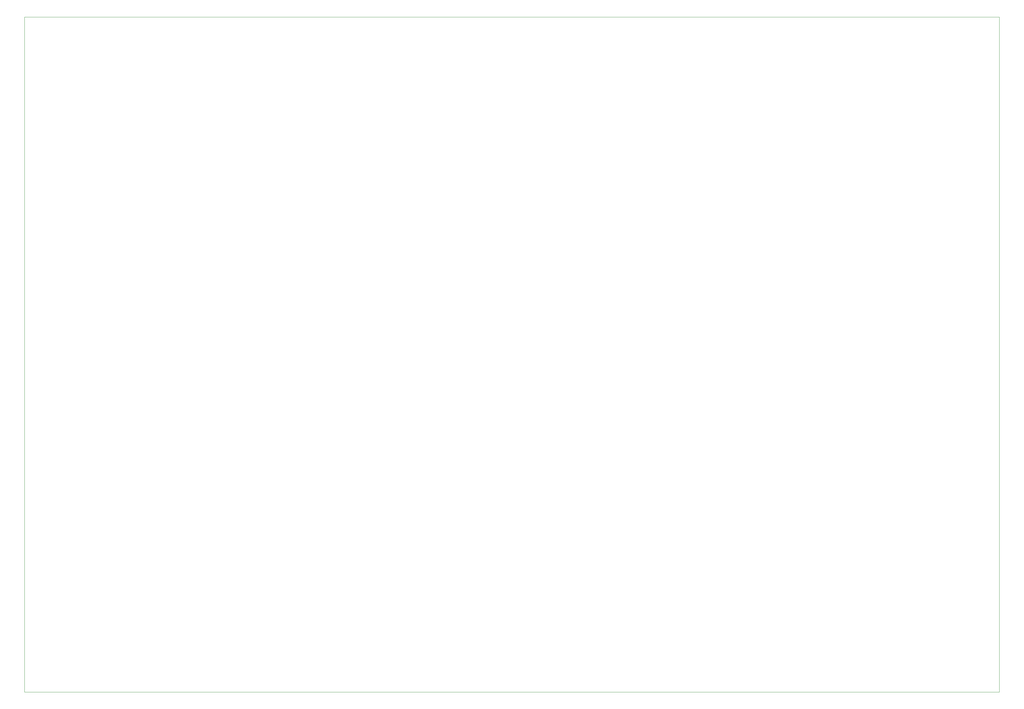
<source format=gm1>
G04 #@! TF.GenerationSoftware,KiCad,Pcbnew,5.1.6-c6e7f7d~87~ubuntu16.04.1*
G04 #@! TF.CreationDate,2022-03-08T12:58:11-05:00*
G04 #@! TF.ProjectId,riscy,72697363-792e-46b6-9963-61645f706362,rev?*
G04 #@! TF.SameCoordinates,Original*
G04 #@! TF.FileFunction,Profile,NP*
%FSLAX46Y46*%
G04 Gerber Fmt 4.6, Leading zero omitted, Abs format (unit mm)*
G04 Created by KiCad (PCBNEW 5.1.6-c6e7f7d~87~ubuntu16.04.1) date 2022-03-08 12:58:11*
%MOMM*%
%LPD*%
G01*
G04 APERTURE LIST*
G04 #@! TA.AperFunction,Profile*
%ADD10C,0.100000*%
G04 #@! TD*
G04 APERTURE END LIST*
D10*
X287020000Y-10160000D02*
X287020000Y-201930000D01*
X10160000Y-10160000D02*
X287020000Y-10160000D01*
X10160000Y-201930000D02*
X10160000Y-10160000D01*
X287020000Y-201930000D02*
X10160000Y-201930000D01*
M02*

</source>
